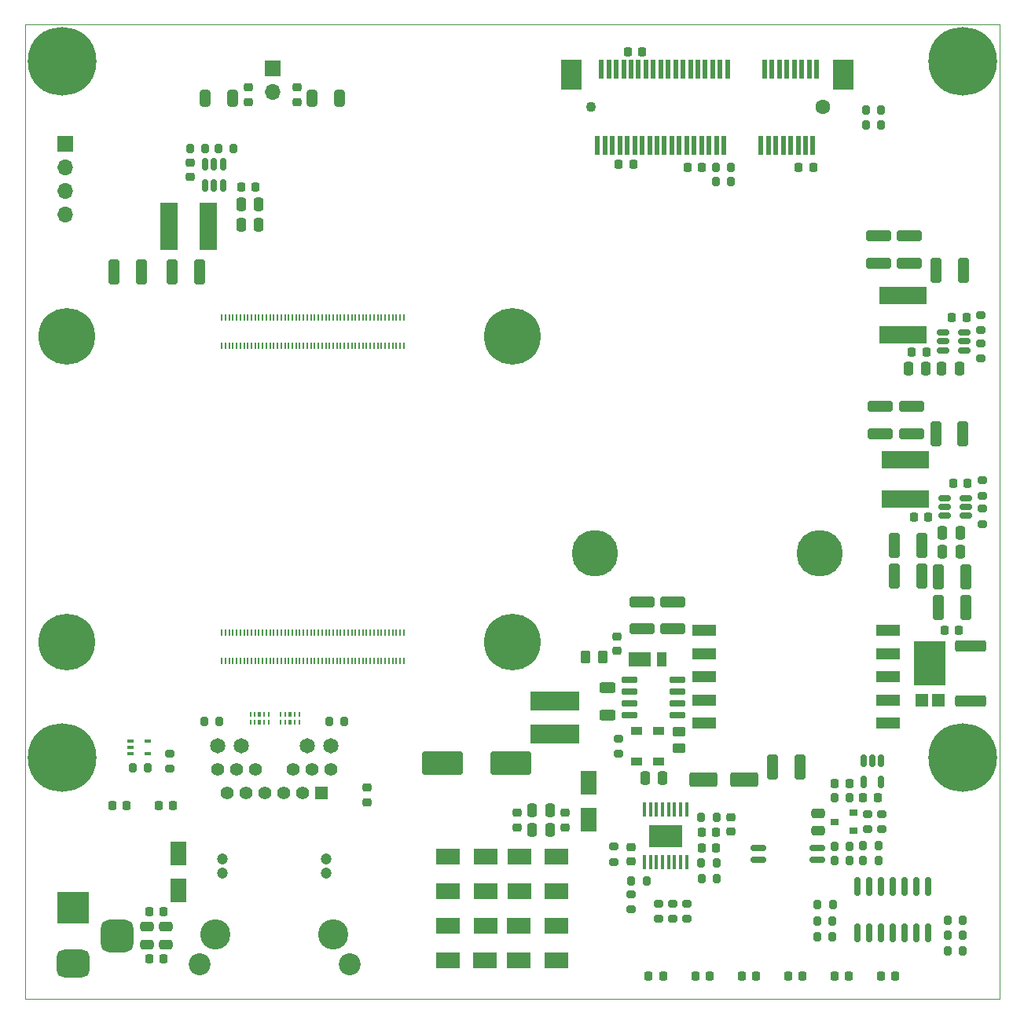
<source format=gbr>
G04 #@! TF.GenerationSoftware,KiCad,Pcbnew,5.99.0-unknown-50e22de3ba~107~ubuntu20.04.1*
G04 #@! TF.CreationDate,2021-01-25T09:59:02-06:00*
G04 #@! TF.ProjectId,AP3500,41503335-3030-42e6-9b69-6361645f7063,rev?*
G04 #@! TF.SameCoordinates,Original*
G04 #@! TF.FileFunction,Soldermask,Top*
G04 #@! TF.FilePolarity,Negative*
%FSLAX46Y46*%
G04 Gerber Fmt 4.6, Leading zero omitted, Abs format (unit mm)*
G04 Created by KiCad (PCBNEW 5.99.0-unknown-50e22de3ba~107~ubuntu20.04.1) date 2021-01-25 09:59:02*
%MOMM*%
%LPD*%
G01*
G04 APERTURE LIST*
G04 Aperture macros list*
%AMRoundRect*
0 Rectangle with rounded corners*
0 $1 Rounding radius*
0 $2 $3 $4 $5 $6 $7 $8 $9 X,Y pos of 4 corners*
0 Add a 4 corners polygon primitive as box body*
4,1,4,$2,$3,$4,$5,$6,$7,$8,$9,$2,$3,0*
0 Add four circle primitives for the rounded corners*
1,1,$1+$1,$2,$3*
1,1,$1+$1,$4,$5*
1,1,$1+$1,$6,$7*
1,1,$1+$1,$8,$9*
0 Add four rect primitives between the rounded corners*
20,1,$1+$1,$2,$3,$4,$5,0*
20,1,$1+$1,$4,$5,$6,$7,0*
20,1,$1+$1,$6,$7,$8,$9,0*
20,1,$1+$1,$8,$9,$2,$3,0*%
G04 Aperture macros list end*
G04 #@! TA.AperFunction,Profile*
%ADD10C,0.100000*%
G04 #@! TD*
%ADD11R,3.500000X3.500000*%
%ADD12RoundRect,0.750000X1.000000X-0.750000X1.000000X0.750000X-1.000000X0.750000X-1.000000X-0.750000X0*%
%ADD13RoundRect,0.875000X0.875000X-0.875000X0.875000X0.875000X-0.875000X0.875000X-0.875000X-0.875000X0*%
%ADD14C,5.000000*%
%ADD15C,1.600000*%
%ADD16C,1.100000*%
%ADD17R,0.600000X2.000000*%
%ADD18R,2.300000X3.200000*%
%ADD19RoundRect,0.200000X-0.275000X0.200000X-0.275000X-0.200000X0.275000X-0.200000X0.275000X0.200000X0*%
%ADD20RoundRect,0.200000X-0.200000X-0.275000X0.200000X-0.275000X0.200000X0.275000X-0.200000X0.275000X0*%
%ADD21RoundRect,0.218750X-0.218750X-0.256250X0.218750X-0.256250X0.218750X0.256250X-0.218750X0.256250X0*%
%ADD22RoundRect,0.225000X-0.225000X-0.250000X0.225000X-0.250000X0.225000X0.250000X-0.225000X0.250000X0*%
%ADD23R,1.800000X2.500000*%
%ADD24RoundRect,0.250000X-0.250000X-0.475000X0.250000X-0.475000X0.250000X0.475000X-0.250000X0.475000X0*%
%ADD25RoundRect,0.250000X-0.325000X-1.100000X0.325000X-1.100000X0.325000X1.100000X-0.325000X1.100000X0*%
%ADD26RoundRect,0.150000X-0.150000X0.825000X-0.150000X-0.825000X0.150000X-0.825000X0.150000X0.825000X0*%
%ADD27RoundRect,0.200000X0.275000X-0.200000X0.275000X0.200000X-0.275000X0.200000X-0.275000X-0.200000X0*%
%ADD28RoundRect,0.150000X0.662500X0.150000X-0.662500X0.150000X-0.662500X-0.150000X0.662500X-0.150000X0*%
%ADD29RoundRect,0.200000X0.200000X0.275000X-0.200000X0.275000X-0.200000X-0.275000X0.200000X-0.275000X0*%
%ADD30C,7.400000*%
%ADD31C,4.100000*%
%ADD32R,2.500000X1.800000*%
%ADD33R,1.200000X0.900000*%
%ADD34R,5.100000X1.900000*%
%ADD35R,1.700000X1.700000*%
%ADD36O,1.700000X1.700000*%
%ADD37RoundRect,0.225000X0.250000X-0.225000X0.250000X0.225000X-0.250000X0.225000X-0.250000X-0.225000X0*%
%ADD38RoundRect,0.250000X-0.450000X0.262500X-0.450000X-0.262500X0.450000X-0.262500X0.450000X0.262500X0*%
%ADD39R,0.900000X0.800000*%
%ADD40RoundRect,0.250000X-0.475000X0.250000X-0.475000X-0.250000X0.475000X-0.250000X0.475000X0.250000X0*%
%ADD41RoundRect,0.150000X-0.512500X-0.150000X0.512500X-0.150000X0.512500X0.150000X-0.512500X0.150000X0*%
%ADD42RoundRect,0.225000X0.225000X0.250000X-0.225000X0.250000X-0.225000X-0.250000X0.225000X-0.250000X0*%
%ADD43RoundRect,0.150000X-0.725000X-0.150000X0.725000X-0.150000X0.725000X0.150000X-0.725000X0.150000X0*%
%ADD44RoundRect,0.250000X0.325000X1.100000X-0.325000X1.100000X-0.325000X-1.100000X0.325000X-1.100000X0*%
%ADD45RoundRect,0.218750X0.256250X-0.218750X0.256250X0.218750X-0.256250X0.218750X-0.256250X-0.218750X0*%
%ADD46RoundRect,0.050000X-0.050000X0.232500X-0.050000X-0.232500X0.050000X-0.232500X0.050000X0.232500X0*%
%ADD47RoundRect,0.033400X-0.066600X0.249100X-0.066600X-0.249100X0.066600X-0.249100X0.066600X0.249100X0*%
%ADD48RoundRect,0.050050X-0.124950X0.232450X-0.124950X-0.232450X0.124950X-0.232450X0.124950X0.232450X0*%
%ADD49RoundRect,0.225000X-0.250000X0.225000X-0.250000X-0.225000X0.250000X-0.225000X0.250000X0.225000X0*%
%ADD50RoundRect,0.250000X1.100000X-0.325000X1.100000X0.325000X-1.100000X0.325000X-1.100000X-0.325000X0*%
%ADD51R,2.400000X1.500000*%
%ADD52R,1.050000X1.500000*%
%ADD53R,1.900000X5.100000*%
%ADD54RoundRect,0.150000X-0.150000X0.512500X-0.150000X-0.512500X0.150000X-0.512500X0.150000X0.512500X0*%
%ADD55RoundRect,0.250000X1.950000X1.000000X-1.950000X1.000000X-1.950000X-1.000000X1.950000X-1.000000X0*%
%ADD56RoundRect,0.250000X-1.425000X0.362500X-1.425000X-0.362500X1.425000X-0.362500X1.425000X0.362500X0*%
%ADD57RoundRect,0.250000X0.325000X0.650000X-0.325000X0.650000X-0.325000X-0.650000X0.325000X-0.650000X0*%
%ADD58R,5.300000X2.000000*%
%ADD59RoundRect,0.250000X-0.262500X-0.450000X0.262500X-0.450000X0.262500X0.450000X-0.262500X0.450000X0*%
%ADD60C,6.100000*%
%ADD61R,0.200000X0.700000*%
%ADD62R,1.398000X1.398000*%
%ADD63C,1.398000*%
%ADD64C,1.200000*%
%ADD65C,1.650000*%
%ADD66C,2.362500*%
%ADD67C,3.250000*%
%ADD68RoundRect,0.250000X-0.325000X-0.650000X0.325000X-0.650000X0.325000X0.650000X-0.325000X0.650000X0*%
%ADD69RoundRect,0.150000X0.150000X-0.512500X0.150000X0.512500X-0.150000X0.512500X-0.150000X-0.512500X0*%
%ADD70RoundRect,0.250000X0.475000X-0.250000X0.475000X0.250000X-0.475000X0.250000X-0.475000X-0.250000X0*%
%ADD71RoundRect,0.250000X-1.250000X-0.550000X1.250000X-0.550000X1.250000X0.550000X-1.250000X0.550000X0*%
%ADD72R,3.360000X4.860000*%
%ADD73R,1.390000X1.400000*%
%ADD74RoundRect,0.250000X0.250000X0.475000X-0.250000X0.475000X-0.250000X-0.475000X0.250000X-0.475000X0*%
%ADD75R,2.500000X1.300000*%
%ADD76RoundRect,0.250000X0.625000X-0.312500X0.625000X0.312500X-0.625000X0.312500X-0.625000X-0.312500X0*%
%ADD77R,0.650000X0.400000*%
%ADD78R,3.550000X2.460000*%
%ADD79RoundRect,0.100000X0.100000X-0.687500X0.100000X0.687500X-0.100000X0.687500X-0.100000X-0.687500X0*%
%ADD80RoundRect,0.218750X0.218750X0.256250X-0.218750X0.256250X-0.218750X-0.256250X0.218750X-0.256250X0*%
G04 APERTURE END LIST*
D10*
X105000000Y0D02*
X105000000Y-105000000D01*
X0Y0D02*
X105000000Y0D01*
X0Y-105000000D02*
X105000000Y-105000000D01*
X0Y-105000000D02*
X0Y0D01*
D11*
X5230671Y-95176004D03*
D12*
X5230671Y-101176004D03*
D13*
X9930671Y-98176004D03*
D14*
X85606800Y-56947800D03*
D15*
X86006800Y-8897800D03*
D14*
X61406800Y-56947800D03*
D16*
X61006800Y-8897800D03*
D17*
X85306800Y-4797800D03*
X84906800Y-12997800D03*
X84506800Y-4797800D03*
X84106800Y-12997800D03*
X83706800Y-4797800D03*
X83306800Y-12997800D03*
X82906800Y-4797800D03*
X82506800Y-12997800D03*
X82106800Y-4797800D03*
X81706800Y-12997800D03*
X81306800Y-4797800D03*
X80906800Y-12997800D03*
X80506800Y-4797800D03*
X80106800Y-12997800D03*
X79706800Y-4797800D03*
X79306800Y-12997800D03*
X75706800Y-4797800D03*
X75306800Y-12997800D03*
X74906800Y-4797800D03*
X74506800Y-12997800D03*
X74106800Y-4797800D03*
X73706800Y-12997800D03*
X73306800Y-4797800D03*
X72906800Y-12997800D03*
X72506800Y-4797800D03*
X72106800Y-12997800D03*
X71706800Y-4797800D03*
X71306800Y-12997800D03*
X70906800Y-4797800D03*
X70506800Y-12997800D03*
X70106800Y-4797800D03*
X69706800Y-12997800D03*
X69306800Y-4797800D03*
X68906800Y-12997800D03*
X68506800Y-4797800D03*
X68106800Y-12997800D03*
X67706800Y-4797800D03*
X67306800Y-12997800D03*
X66906800Y-4797800D03*
X66506800Y-12997800D03*
X66106800Y-4797800D03*
X65706800Y-12997800D03*
X65306800Y-4797800D03*
X64906800Y-12997800D03*
X64506800Y-4797800D03*
X64106800Y-12997800D03*
X63706800Y-4797800D03*
X63306800Y-12997800D03*
X62906800Y-4797800D03*
X62506800Y-12997800D03*
X62106800Y-4797800D03*
X61706800Y-12997800D03*
D18*
X88156800Y-5397800D03*
X58856800Y-5397800D03*
D19*
X69777600Y-94707800D03*
X69777600Y-96357800D03*
D20*
X17790001Y-13328400D03*
X19440001Y-13328400D03*
D21*
X82212500Y-102500000D03*
X83787500Y-102500000D03*
D22*
X72932400Y-87023800D03*
X74482400Y-87023800D03*
D20*
X20838001Y-13328400D03*
X22488001Y-13328400D03*
D21*
X77212500Y-102500000D03*
X78787500Y-102500000D03*
D19*
X65332600Y-93691800D03*
X65332600Y-95341800D03*
D23*
X16558613Y-89295200D03*
X16558613Y-93295200D03*
D24*
X98766500Y-37071032D03*
X100666500Y-37071032D03*
D20*
X87216400Y-83301699D03*
X88866400Y-83301699D03*
D25*
X98407500Y-62764400D03*
X101357500Y-62764400D03*
D26*
X97341600Y-92877600D03*
X96071600Y-92877600D03*
X94801600Y-92877600D03*
X93531600Y-92877600D03*
X92261600Y-92877600D03*
X90991600Y-92877600D03*
X89721600Y-92877600D03*
X89721600Y-97827600D03*
X90991600Y-97827600D03*
X92261600Y-97827600D03*
X93531600Y-97827600D03*
X94801600Y-97827600D03*
X96071600Y-97827600D03*
X97341600Y-97827600D03*
D24*
X23309000Y-19406600D03*
X25209000Y-19406600D03*
D27*
X92334000Y-86692099D03*
X92334000Y-85042099D03*
D28*
X85366000Y-89942400D03*
X85366000Y-88672400D03*
X78991000Y-88672400D03*
X78991000Y-89942400D03*
D29*
X74532400Y-85372800D03*
X72882400Y-85372800D03*
D19*
X90784600Y-85042099D03*
X90784600Y-86692099D03*
D21*
X67212500Y-102500000D03*
X68787500Y-102500000D03*
D30*
X101000000Y-4000000D03*
D31*
X101000000Y-4000000D03*
D32*
X53256800Y-93369202D03*
X57256800Y-93369202D03*
D33*
X68294200Y-79378400D03*
X68294200Y-76078400D03*
D34*
X94895799Y-51124399D03*
X94895799Y-46924399D03*
D22*
X99881300Y-31592100D03*
X101431300Y-31592100D03*
D20*
X99412200Y-96521000D03*
X101062200Y-96521000D03*
D33*
X65890200Y-79377400D03*
X65890200Y-76077400D03*
D32*
X53244000Y-97079800D03*
X57244000Y-97079800D03*
D29*
X87028200Y-94844600D03*
X85378200Y-94844600D03*
D35*
X26678800Y-4700000D03*
D36*
X26678800Y-7240000D03*
D37*
X65332600Y-90173400D03*
X65332600Y-88623400D03*
D38*
X70463400Y-76165100D03*
X70463400Y-77990100D03*
D25*
X98165300Y-26451300D03*
X101115300Y-26451300D03*
D39*
X89244600Y-86842499D03*
X89244600Y-84942499D03*
X87244600Y-85892499D03*
D32*
X53224800Y-100788200D03*
X57224800Y-100788200D03*
D27*
X63935600Y-78552400D03*
X63935600Y-76902400D03*
D20*
X90586200Y-10821400D03*
X92236200Y-10821400D03*
X99412200Y-99772200D03*
X101062200Y-99772200D03*
D34*
X94611100Y-33428100D03*
X94611100Y-29228100D03*
D27*
X15604400Y-80175600D03*
X15604400Y-78525600D03*
D40*
X15223300Y-97196600D03*
X15223300Y-99096600D03*
D41*
X99066899Y-51018802D03*
X99066899Y-51968802D03*
X99066899Y-52918802D03*
X101341899Y-52918802D03*
X101341899Y-51968802D03*
X101341899Y-51018802D03*
D22*
X100000600Y-49428802D03*
X101550600Y-49428802D03*
D42*
X97321800Y-53087000D03*
X95771800Y-53087000D03*
X72934396Y-15406795D03*
X71384396Y-15406795D03*
D43*
X65119800Y-70564600D03*
X65119800Y-71834600D03*
X65119800Y-73104600D03*
X65119800Y-74374600D03*
X70269800Y-74374600D03*
X70269800Y-73104600D03*
X70269800Y-71834600D03*
X70269800Y-70564600D03*
D44*
X12579802Y-26671000D03*
X9629802Y-26671000D03*
D45*
X52994000Y-86488100D03*
X52994000Y-84913100D03*
D46*
X29567800Y-74306100D03*
D47*
X29067800Y-74306100D03*
D48*
X28567800Y-74306100D03*
D46*
X28067800Y-74306100D03*
D47*
X27567800Y-74306100D03*
X27567800Y-75141100D03*
D46*
X28067800Y-75141100D03*
D48*
X28567800Y-75141100D03*
D46*
X29067800Y-75141100D03*
X29567800Y-75141100D03*
D23*
X60736600Y-81668600D03*
X60736600Y-85668600D03*
D20*
X72882400Y-90358801D03*
X74532400Y-90358801D03*
X74420796Y-15397795D03*
X76070796Y-15397795D03*
D49*
X63813600Y-65926400D03*
X63813600Y-67476400D03*
D32*
X45604800Y-97079800D03*
X49604800Y-97079800D03*
D42*
X100656600Y-65228200D03*
X99106600Y-65228200D03*
D29*
X76070796Y-16930795D03*
X74420796Y-16930795D03*
D50*
X92127199Y-44098599D03*
X92127199Y-41148599D03*
D19*
X103125399Y-52159802D03*
X103125399Y-53809802D03*
X71322600Y-94716800D03*
X71322600Y-96366800D03*
D41*
X98960000Y-33182100D03*
X98960000Y-34132100D03*
X98960000Y-35082100D03*
X101235000Y-35082100D03*
X101235000Y-34132100D03*
X101235000Y-33182100D03*
D51*
X66265600Y-68352400D03*
D52*
X68640600Y-68352400D03*
D53*
X19732601Y-21735800D03*
X15532601Y-21735800D03*
D54*
X92268000Y-79293999D03*
X91318000Y-79293999D03*
X90368000Y-79293999D03*
X90368000Y-81568999D03*
X92268000Y-81568999D03*
D55*
X52397000Y-79528400D03*
X44997000Y-79528400D03*
D27*
X68253600Y-96357800D03*
X68253600Y-94707800D03*
D29*
X34438000Y-75058000D03*
X32788000Y-75058000D03*
D24*
X54670400Y-86790400D03*
X56570400Y-86790400D03*
D45*
X58196600Y-86488100D03*
X58196600Y-84913100D03*
D21*
X87212500Y-102500000D03*
X88787500Y-102500000D03*
D49*
X76056400Y-85372800D03*
X76056400Y-86922800D03*
D25*
X80525000Y-79960200D03*
X83475000Y-79960200D03*
D56*
X101862800Y-66939300D03*
X101862800Y-72864300D03*
D57*
X22405900Y-7900400D03*
X19455900Y-7900400D03*
D19*
X103125399Y-49111802D03*
X103125399Y-50761802D03*
D24*
X54670400Y-84631400D03*
X56570400Y-84631400D03*
D20*
X90305200Y-90056899D03*
X91955200Y-90056899D03*
D22*
X90327400Y-83301699D03*
X91877400Y-83301699D03*
D40*
X13115100Y-97196600D03*
X13115100Y-99096600D03*
D44*
X96632200Y-59459700D03*
X93682200Y-59459700D03*
D29*
X87016000Y-96546400D03*
X85366000Y-96546400D03*
D20*
X90586200Y-9195800D03*
X92236200Y-9195800D03*
D32*
X45614943Y-89682403D03*
X49614943Y-89682403D03*
D19*
X103018500Y-31275100D03*
X103018500Y-32925100D03*
D58*
X57057200Y-76401600D03*
X57057200Y-72901600D03*
D59*
X60411900Y-68174600D03*
X62236900Y-68174600D03*
D35*
X4326800Y-12828000D03*
D36*
X4326800Y-15368000D03*
X4326800Y-17908000D03*
X4326800Y-20448000D03*
D21*
X92212500Y-102500000D03*
X93787500Y-102500000D03*
D49*
X24037200Y-6795200D03*
X24037200Y-8345200D03*
D25*
X15903602Y-26671000D03*
X18853602Y-26671000D03*
D42*
X66517796Y-2960795D03*
X64967796Y-2960795D03*
D60*
X52517398Y-66561790D03*
X4517398Y-33561790D03*
X52517398Y-33561790D03*
X4517398Y-66561790D03*
D61*
X21217398Y-68561790D03*
X21217398Y-65481790D03*
X21617398Y-68561790D03*
X21617398Y-65481790D03*
X22017398Y-68561790D03*
X22017398Y-65481790D03*
X22417398Y-68561790D03*
X22417398Y-65481790D03*
X22817398Y-68561790D03*
X22817398Y-65481790D03*
X23217398Y-68561790D03*
X23217398Y-65481790D03*
X23617398Y-68561790D03*
X23617398Y-65481790D03*
X24017398Y-68561790D03*
X24017398Y-65481790D03*
X24417398Y-68561790D03*
X24417398Y-65481790D03*
X24817398Y-68561790D03*
X24817398Y-65481790D03*
X25217398Y-68561790D03*
X25217398Y-65481790D03*
X25617398Y-68561790D03*
X25617398Y-65481790D03*
X26017398Y-68561790D03*
X26017398Y-65481790D03*
X26417398Y-68561790D03*
X26417398Y-65481790D03*
X26817398Y-68561790D03*
X26817398Y-65481790D03*
X27217398Y-68561790D03*
X27217398Y-65481790D03*
X27617398Y-68561790D03*
X27617398Y-65481790D03*
X28017398Y-68561790D03*
X28017398Y-65481790D03*
X28417398Y-68561790D03*
X28417398Y-65481790D03*
X28817398Y-68561790D03*
X28817398Y-65481790D03*
X29217398Y-68561790D03*
X29217398Y-65481790D03*
X29617398Y-68561790D03*
X29617398Y-65481790D03*
X30017398Y-68561790D03*
X30017398Y-65481790D03*
X30417398Y-68561790D03*
X30417398Y-65481790D03*
X30817398Y-68561790D03*
X30817398Y-65481790D03*
X31217398Y-68561790D03*
X31217398Y-65481790D03*
X31617398Y-68561790D03*
X31617398Y-65481790D03*
X32017398Y-68561790D03*
X32017398Y-65481790D03*
X32417398Y-68561790D03*
X32417398Y-65481790D03*
X32817398Y-68561790D03*
X32817398Y-65481790D03*
X33217398Y-68561790D03*
X33217398Y-65481790D03*
X33617398Y-68561790D03*
X33617398Y-65481790D03*
X34017398Y-68561790D03*
X34017398Y-65481790D03*
X34417398Y-68561790D03*
X34417398Y-65481790D03*
X34817398Y-68561790D03*
X34817398Y-65481790D03*
X35217398Y-68561790D03*
X35217398Y-65481790D03*
X35617398Y-68561790D03*
X35617398Y-65481790D03*
X36017398Y-68561790D03*
X36017398Y-65481790D03*
X36417398Y-68561790D03*
X36417398Y-65481790D03*
X36817398Y-68561790D03*
X36817398Y-65481790D03*
X37217398Y-68561790D03*
X37217398Y-65481790D03*
X37617398Y-68561790D03*
X37617398Y-65481790D03*
X38017398Y-68561790D03*
X38017398Y-65481790D03*
X38417398Y-68561790D03*
X38417398Y-65481790D03*
X38817398Y-68561790D03*
X38817398Y-65481790D03*
X39217398Y-68561790D03*
X39217398Y-65481790D03*
X39617398Y-68561790D03*
X39617398Y-65481790D03*
X40017398Y-68561790D03*
X40017398Y-65481790D03*
X40417398Y-68561790D03*
X40417398Y-65481790D03*
X40817398Y-68561790D03*
X40817398Y-65481790D03*
X21217398Y-34641790D03*
X21217398Y-31561790D03*
X21617398Y-34641790D03*
X21617398Y-31561790D03*
X22017398Y-34641790D03*
X22017398Y-31561790D03*
X22417398Y-34641790D03*
X22417398Y-31561790D03*
X22817398Y-34641790D03*
X22817398Y-31561790D03*
X23217398Y-34641790D03*
X23217398Y-31561790D03*
X23617398Y-34641790D03*
X23617398Y-31561790D03*
X24017398Y-34641790D03*
X24017398Y-31561790D03*
X24417398Y-34641790D03*
X24417398Y-31561790D03*
X24817398Y-34641790D03*
X24817398Y-31561790D03*
X25217398Y-34641790D03*
X25217398Y-31561790D03*
X25617398Y-34641790D03*
X25617398Y-31561790D03*
X26017398Y-34641790D03*
X26017398Y-31561790D03*
X26417398Y-34641790D03*
X26417398Y-31561790D03*
X26817398Y-34641790D03*
X26817398Y-31561790D03*
X27217398Y-34641790D03*
X27217398Y-31561790D03*
X27617398Y-34641790D03*
X27617398Y-31561790D03*
X28017398Y-34641790D03*
X28017398Y-31561790D03*
X28417398Y-34641790D03*
X28417398Y-31561790D03*
X28817398Y-34641790D03*
X28817398Y-31561790D03*
X29217398Y-34641790D03*
X29217398Y-31561790D03*
X29617398Y-34641790D03*
X29617398Y-31561790D03*
X30017398Y-34641790D03*
X30017398Y-31561790D03*
X30417398Y-34641790D03*
X30417398Y-31561790D03*
X30817398Y-34641790D03*
X30817398Y-31561790D03*
X31217398Y-34641790D03*
X31217398Y-31561790D03*
X31617398Y-34641790D03*
X31617398Y-31561790D03*
X32017398Y-34641790D03*
X32017398Y-31561790D03*
X32417398Y-34641790D03*
X32417398Y-31561790D03*
X32817398Y-34641790D03*
X32817398Y-31561790D03*
X33217398Y-34641790D03*
X33217398Y-31561790D03*
X33617398Y-34641790D03*
X33617398Y-31561790D03*
X34017398Y-34641790D03*
X34017398Y-31561790D03*
X34417398Y-34641790D03*
X34417398Y-31561790D03*
X34817398Y-34641790D03*
X34817398Y-31561790D03*
X35217398Y-34641790D03*
X35217398Y-31561790D03*
X35617398Y-34641790D03*
X35617398Y-31561790D03*
X36017398Y-34641790D03*
X36017398Y-31561790D03*
X36417398Y-34641790D03*
X36417398Y-31561790D03*
X36817398Y-34641790D03*
X36817398Y-31561790D03*
X37217398Y-34641790D03*
X37217398Y-31561790D03*
X37617398Y-34641790D03*
X37617398Y-31561790D03*
X38017398Y-34641790D03*
X38017398Y-31561790D03*
X38417398Y-34641790D03*
X38417398Y-31561790D03*
X38817398Y-34641790D03*
X38817398Y-31561790D03*
X39217398Y-34641790D03*
X39217398Y-31561790D03*
X39617398Y-34641790D03*
X39617398Y-31561790D03*
X40017398Y-34641790D03*
X40017398Y-31561790D03*
X40417398Y-34641790D03*
X40417398Y-31561790D03*
X40817398Y-34641790D03*
X40817398Y-31561790D03*
D31*
X101000000Y-79000000D03*
D30*
X101000000Y-79000000D03*
D24*
X23312001Y-21532600D03*
X25212001Y-21532600D03*
D46*
X26291200Y-74306100D03*
D47*
X25791200Y-74306100D03*
D48*
X25291200Y-74306100D03*
D46*
X24791200Y-74306100D03*
D47*
X24291200Y-74306100D03*
X24291200Y-75141100D03*
D46*
X24791200Y-75141100D03*
D48*
X25291200Y-75141100D03*
D46*
X25791200Y-75141100D03*
X26291200Y-75141100D03*
D62*
X31980000Y-82800000D03*
D63*
X29948000Y-82800000D03*
X27916000Y-82800000D03*
X25884000Y-82800000D03*
X23852000Y-82800000D03*
X21820000Y-82800000D03*
X32996000Y-80260000D03*
X30964000Y-80260000D03*
X28932000Y-80260000D03*
X24868000Y-80260000D03*
X22836000Y-80260000D03*
X20804000Y-80260000D03*
D64*
X32488000Y-89910000D03*
X21312000Y-89910000D03*
X32488000Y-91400000D03*
X21312000Y-91400000D03*
D65*
X32996000Y-77720000D03*
X30456000Y-77720000D03*
X23344000Y-77720000D03*
X20804000Y-77720000D03*
D66*
X34965000Y-101215000D03*
X18835000Y-101215000D03*
D67*
X33250000Y-98040000D03*
X20550000Y-98040000D03*
D42*
X97113300Y-35267632D03*
X95563300Y-35267632D03*
D68*
X30945900Y-7900400D03*
X33895900Y-7900400D03*
D50*
X66475600Y-65130800D03*
X66475600Y-62180800D03*
D27*
X63479800Y-90234000D03*
X63479800Y-88584000D03*
D69*
X19441001Y-17336100D03*
X20391001Y-17336100D03*
X21341001Y-17336100D03*
X21341001Y-15061100D03*
X20391001Y-15061100D03*
X19441001Y-15061100D03*
D25*
X98117999Y-44096799D03*
X101067999Y-44096799D03*
D20*
X99412200Y-98146600D03*
X101062200Y-98146600D03*
D24*
X98870600Y-54738000D03*
X100770600Y-54738000D03*
D49*
X29298700Y-6795200D03*
X29298700Y-8345200D03*
D22*
X83366795Y-15373794D03*
X84916795Y-15373794D03*
X23286001Y-17468600D03*
X24836001Y-17468600D03*
D70*
X85450900Y-86852498D03*
X85450900Y-84952498D03*
D20*
X87196200Y-90071299D03*
X88846200Y-90071299D03*
D37*
X17853001Y-16398800D03*
X17853001Y-14848800D03*
D20*
X87196200Y-88520000D03*
X88846200Y-88520000D03*
D31*
X4000000Y-4000000D03*
D30*
X4000000Y-4000000D03*
D21*
X72212500Y-102500000D03*
X73787500Y-102500000D03*
D25*
X98406600Y-59462400D03*
X101356600Y-59462400D03*
D22*
X72932400Y-88674800D03*
X74482400Y-88674800D03*
D50*
X91944100Y-25691100D03*
X91944100Y-22741100D03*
D71*
X73134000Y-81343001D03*
X77534000Y-81343001D03*
D72*
X97519400Y-68781800D03*
D73*
X98439400Y-72763800D03*
X96599400Y-72763800D03*
D74*
X97069900Y-37071032D03*
X95169900Y-37071032D03*
D50*
X69777600Y-65130800D03*
X69777600Y-62180800D03*
D21*
X13369100Y-100686600D03*
X14944100Y-100686600D03*
D20*
X65332600Y-92230800D03*
X66982600Y-92230800D03*
D29*
X86990600Y-98273600D03*
X85340600Y-98273600D03*
D32*
X53254143Y-89682403D03*
X57254143Y-89682403D03*
D19*
X103018500Y-34323100D03*
X103018500Y-35973100D03*
D75*
X73198200Y-65259800D03*
X73198200Y-67759800D03*
X73198200Y-70259800D03*
X73198200Y-72759800D03*
X73198200Y-75259800D03*
X92998200Y-75259800D03*
X92998200Y-72759800D03*
X92998200Y-70259800D03*
X92998200Y-67759800D03*
X92998200Y-65259800D03*
D76*
X62792600Y-74374600D03*
X62792600Y-71449600D03*
D22*
X63988196Y-15025795D03*
X65538196Y-15025795D03*
D32*
X45617600Y-93369202D03*
X49617600Y-93369202D03*
D44*
X96606800Y-56135000D03*
X93656800Y-56135000D03*
D37*
X36889600Y-83783200D03*
X36889600Y-82233200D03*
D74*
X68695600Y-81156400D03*
X66795600Y-81156400D03*
D77*
X11352400Y-77227400D03*
X11352400Y-77877400D03*
X11352400Y-78527400D03*
X13252400Y-78527400D03*
X13252400Y-77227400D03*
D21*
X13369100Y-95606600D03*
X14944100Y-95606600D03*
D50*
X95246100Y-25691100D03*
X95246100Y-22741100D03*
X95556199Y-44098599D03*
X95556199Y-41148599D03*
D78*
X69015609Y-87404788D03*
D79*
X66740609Y-90267288D03*
X67390609Y-90267288D03*
X68040609Y-90267288D03*
X68690609Y-90267288D03*
X69340609Y-90267288D03*
X69990609Y-90267288D03*
X70640609Y-90267288D03*
X71290609Y-90267288D03*
X71290609Y-84542288D03*
X70640609Y-84542288D03*
X69990609Y-84542288D03*
X69340609Y-84542288D03*
X68690609Y-84542288D03*
X68040609Y-84542288D03*
X67390609Y-84542288D03*
X66740609Y-84542288D03*
D20*
X11604400Y-80100400D03*
X13254400Y-80100400D03*
D22*
X87266400Y-81752299D03*
X88816400Y-81752299D03*
D80*
X15961100Y-84135800D03*
X14386100Y-84135800D03*
D20*
X19326000Y-75083400D03*
X20976000Y-75083400D03*
X72894600Y-92002200D03*
X74544600Y-92002200D03*
D32*
X45585600Y-100788200D03*
X49585600Y-100788200D03*
D24*
X98873398Y-56795400D03*
X100773398Y-56795400D03*
D31*
X4000000Y-79000000D03*
D30*
X4000000Y-79000000D03*
D21*
X9406700Y-84125800D03*
X10981700Y-84125800D03*
D20*
X90303000Y-88483299D03*
X91953000Y-88483299D03*
M02*

</source>
